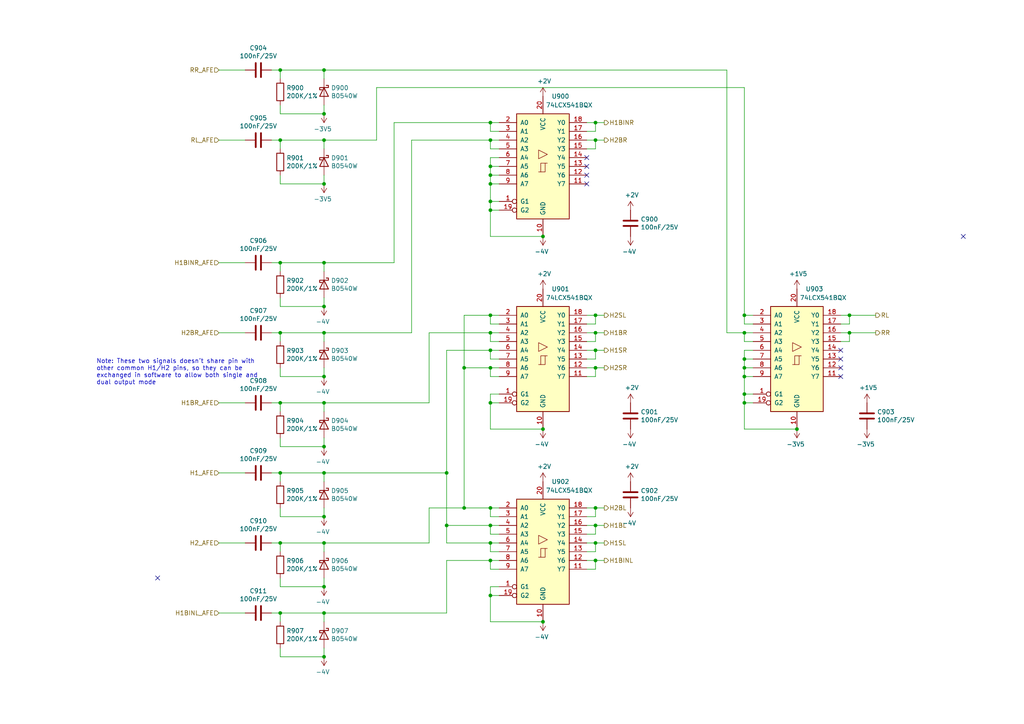
<source format=kicad_sch>
(kicad_sch (version 20210621) (generator eeschema)
  (paper "A4")
  (title_block (title "Sitina Ne") (rev "R0P2") (company "ZephRay"))
  (lib_symbols
    (symbol "74xx:74LS541" (pin_names (offset 1.016))
      (property "Reference" "U" (at -7.62 16.51 0))
      (property "Value" "74LS541" (at -7.62 -16.51 0))
      (symbol "74LS541_1_0"
        (polyline (pts (xy -0.635 -1.6002) (xy -0.635 0.9398) (xy 0.635 0.9398)))
        (polyline (pts (xy -1.27 -1.6002) (xy 0.635 -1.6002) (xy 0.635 0.9398) (xy 1.27 0.9398)))
        (polyline (pts (xy 1.27 3.4798) (xy -1.27 4.7498) (xy -1.27 2.2098) (xy 1.27 3.4798)) (stroke (width 0.1524)))
        (pin input inverted (at -12.7 -10.16 0) (length 5.08) (name "G1") (number "1"))
        (pin power_in line (at 0 -20.32 90) (length 5.08) (name "GND") (number "10"))
        (pin tri_state line (at 12.7 -5.08 180) (length 5.08) (name "Y7") (number "11"))
        (pin tri_state line (at 12.7 -2.54 180) (length 5.08) (name "Y6") (number "12"))
        (pin tri_state line (at 12.7 0 180) (length 5.08) (name "Y5") (number "13"))
        (pin tri_state line (at 12.7 2.54 180) (length 5.08) (name "Y4") (number "14"))
        (pin tri_state line (at 12.7 5.08 180) (length 5.08) (name "Y3") (number "15"))
        (pin tri_state line (at 12.7 7.62 180) (length 5.08) (name "Y2") (number "16"))
        (pin tri_state line (at 12.7 10.16 180) (length 5.08) (name "Y1") (number "17"))
        (pin tri_state line (at 12.7 12.7 180) (length 5.08) (name "Y0") (number "18"))
        (pin input inverted (at -12.7 -12.7 0) (length 5.08) (name "G2") (number "19"))
        (pin input line (at -12.7 12.7 0) (length 5.08) (name "A0") (number "2"))
        (pin power_in line (at 0 20.32 270) (length 5.08) (name "VCC") (number "20"))
        (pin input line (at -12.7 10.16 0) (length 5.08) (name "A1") (number "3"))
        (pin input line (at -12.7 7.62 0) (length 5.08) (name "A2") (number "4"))
        (pin input line (at -12.7 5.08 0) (length 5.08) (name "A3") (number "5"))
        (pin input line (at -12.7 2.54 0) (length 5.08) (name "A4") (number "6"))
        (pin input line (at -12.7 0 0) (length 5.08) (name "A5") (number "7"))
        (pin input line (at -12.7 -2.54 0) (length 5.08) (name "A6") (number "8"))
        (pin input line (at -12.7 -5.08 0) (length 5.08) (name "A7") (number "9"))
      )
      (symbol "74LS541_1_1"
        (rectangle (start -7.62 15.24) (end 7.62 -15.24) (stroke (width 0.254)) (fill (type background)))
      )
    )
    (symbol "Device:C" (pin_numbers hide) (pin_names (offset 0.254))
      (property "Reference" "C" (at 0.635 2.54 0))
      (property "Value" "C" (at 0.635 -2.54 0))
      (symbol "C_0_1"
        (polyline (pts (xy -2.032 -0.762) (xy 2.032 -0.762)) (stroke (width 0.508)))
        (polyline (pts (xy -2.032 0.762) (xy 2.032 0.762)) (stroke (width 0.508)))
      )
      (symbol "C_1_1"
        (pin passive line (at 0 3.81 270) (length 2.794) (name "~") (number "1"))
        (pin passive line (at 0 -3.81 90) (length 2.794) (name "~") (number "2"))
      )
    )
    (symbol "Device:D_Schottky" (pin_numbers hide) (pin_names (offset 1.016) hide)
      (property "Reference" "D" (at 0 2.54 0))
      (property "Value" "D_Schottky" (at 0 -2.54 0))
      (symbol "D_Schottky_0_1"
        (polyline (pts (xy 1.27 0) (xy -1.27 0)))
        (polyline (pts (xy 1.27 1.27) (xy 1.27 -1.27) (xy -1.27 0) (xy 1.27 1.27)) (stroke (width 0.254)))
        (polyline (pts (xy -1.905 0.635) (xy -1.905 1.27) (xy -1.27 1.27) (xy -1.27 -1.27) (xy -0.635 -1.27) (xy -0.635 -0.635)) (stroke (width 0.254)))
      )
      (symbol "D_Schottky_1_1"
        (pin passive line (at -3.81 0 0) (length 2.54) (name "K") (number "1"))
        (pin passive line (at 3.81 0 180) (length 2.54) (name "A") (number "2"))
      )
    )
    (symbol "Device:R" (pin_numbers hide) (pin_names (offset 0))
      (property "Reference" "R" (at 2.032 0 90))
      (property "Value" "R" (at 0 0 90))
      (symbol "R_0_1"
        (rectangle (start -1.016 -2.54) (end 1.016 2.54) (stroke (width 0.254)))
      )
      (symbol "R_1_1"
        (pin passive line (at 0 3.81 270) (length 1.27) (name "~") (number "1"))
        (pin passive line (at 0 -3.81 90) (length 1.27) (name "~") (number "2"))
      )
    )
    (symbol "Sitina:+2V" (power) (pin_names (offset 0))
      (property "Value" "+2V" (at 0 3.556 0))
      (symbol "+2V_0_1"
        (polyline (pts (xy -0.762 1.27) (xy 0 2.54)))
        (polyline (pts (xy 0 0) (xy 0 2.54)))
        (polyline (pts (xy 0 2.54) (xy 0.762 1.27)))
      )
      (symbol "+2V_1_1"
        (pin power_in line (at 0 0 90) (length 0) hide (name "+2V") (number "1"))
      )
    )
    (symbol "Sitina:-3V5" (power) (pin_names (offset 0))
      (property "Value" "-3V5" (at 0 3.556 0))
      (symbol "-3V5_0_1"
        (polyline (pts (xy -0.762 1.27) (xy 0 2.54)))
        (polyline (pts (xy 0 0) (xy 0 2.54)))
        (polyline (pts (xy 0 2.54) (xy 0.762 1.27)))
      )
      (symbol "-3V5_1_1"
        (pin power_in line (at 0 0 90) (length 0) hide (name "-3V5") (number "1"))
      )
    )
    (symbol "Sitina:-4V" (power) (pin_names (offset 0))
      (property "Value" "-4V" (at 0 3.556 0))
      (symbol "-4V_0_1"
        (polyline (pts (xy -0.762 1.27) (xy 0 2.54)))
        (polyline (pts (xy 0 0) (xy 0 2.54)))
        (polyline (pts (xy 0 2.54) (xy 0.762 1.27)))
      )
      (symbol "-4V_1_1"
        (pin power_in line (at 0 0 90) (length 0) hide (name "-4V") (number "1"))
      )
    )
    (symbol "power:+1V5" (power) (pin_names (offset 0))
      (property "Value" "+1V5" (at 0 3.556 0))
      (symbol "+1V5_0_1"
        (polyline (pts (xy -0.762 1.27) (xy 0 2.54)))
        (polyline (pts (xy 0 0) (xy 0 2.54)))
        (polyline (pts (xy 0 2.54) (xy 0.762 1.27)))
      )
      (symbol "+1V5_1_1"
        (pin power_in line (at 0 0 90) (length 0) hide (name "+1V5") (number "1"))
      )
    )
  )
  (junction (at 142.24 101.6) (diameter 0.9144))
  (junction (at 142.24 147.32) (diameter 0.9144))
  (junction (at 142.24 172.72) (diameter 0.9144))
  (junction (at 81.28 116.84) (diameter 0.9144))
  (junction (at 93.98 40.64) (diameter 0.9144))
  (junction (at 142.24 58.42) (diameter 0.9144))
  (junction (at 142.24 53.34) (diameter 0.9144))
  (junction (at 129.54 137.16) (diameter 0.9144))
  (junction (at 172.72 147.32) (diameter 0.9144))
  (junction (at 142.24 162.56) (diameter 0.9144))
  (junction (at 81.28 137.16) (diameter 0.9144))
  (junction (at 172.72 96.52) (diameter 0.9144))
  (junction (at 93.98 20.32) (diameter 0.9144))
  (junction (at 93.98 76.2) (diameter 0.9144))
  (junction (at 231.14 124.46) (diameter 0.9144))
  (junction (at 93.98 170.18) (diameter 0.9144))
  (junction (at 81.28 20.32) (diameter 0.9144))
  (junction (at 172.72 106.68) (diameter 0.9144))
  (junction (at 172.72 101.6) (diameter 0.9144))
  (junction (at 157.48 68.58) (diameter 0.9144))
  (junction (at 93.98 190.5) (diameter 0.9144))
  (junction (at 81.28 40.64) (diameter 0.9144))
  (junction (at 215.9 96.52) (diameter 0.9144))
  (junction (at 81.28 76.2) (diameter 0.9144))
  (junction (at 142.24 96.52) (diameter 0.9144))
  (junction (at 93.98 109.22) (diameter 0.9144))
  (junction (at 172.72 157.48) (diameter 0.9144))
  (junction (at 93.98 116.84) (diameter 0.9144))
  (junction (at 81.28 96.52) (diameter 0.9144))
  (junction (at 93.98 88.9) (diameter 0.9144))
  (junction (at 157.48 180.34) (diameter 0.9144))
  (junction (at 215.9 106.68) (diameter 0.9144))
  (junction (at 93.98 33.02) (diameter 0.9144))
  (junction (at 215.9 91.44) (diameter 0.9144))
  (junction (at 142.24 152.4) (diameter 0.9144))
  (junction (at 142.24 157.48) (diameter 0.9144))
  (junction (at 93.98 96.52) (diameter 0.9144))
  (junction (at 134.62 147.32) (diameter 0.9144))
  (junction (at 134.62 106.68) (diameter 0.9144))
  (junction (at 93.98 53.34) (diameter 0.9144))
  (junction (at 93.98 137.16) (diameter 0.9144))
  (junction (at 246.38 91.44) (diameter 0.9144))
  (junction (at 129.54 152.4) (diameter 0.9144))
  (junction (at 215.9 109.22) (diameter 0.9144))
  (junction (at 142.24 91.44) (diameter 0.9144))
  (junction (at 93.98 177.8) (diameter 0.9144))
  (junction (at 142.24 50.8) (diameter 0.9144))
  (junction (at 215.9 104.14) (diameter 0.9144))
  (junction (at 157.48 124.46) (diameter 0.9144))
  (junction (at 142.24 40.64) (diameter 0.9144))
  (junction (at 215.9 114.3) (diameter 0.9144))
  (junction (at 93.98 129.54) (diameter 0.9144))
  (junction (at 142.24 116.84) (diameter 0.9144))
  (junction (at 142.24 48.26) (diameter 0.9144))
  (junction (at 142.24 106.68) (diameter 0.9144))
  (junction (at 172.72 152.4) (diameter 0.9144))
  (junction (at 172.72 40.64) (diameter 0.9144))
  (junction (at 142.24 60.96) (diameter 0.9144))
  (junction (at 215.9 116.84) (diameter 0.9144))
  (junction (at 172.72 162.56) (diameter 0.9144))
  (junction (at 142.24 35.56) (diameter 0.9144))
  (junction (at 246.38 96.52) (diameter 0.9144))
  (junction (at 172.72 35.56) (diameter 0.9144))
  (junction (at 81.28 177.8) (diameter 0.9144))
  (junction (at 93.98 157.48) (diameter 0.9144))
  (junction (at 172.72 91.44) (diameter 0.9144))
  (junction (at 81.28 157.48) (diameter 0.9144))
  (junction (at 93.98 149.86) (diameter 0.9144))
  (no_connect (at 45.72 167.64))
  (no_connect (at 170.18 53.34))
  (no_connect (at 170.18 45.72))
  (no_connect (at 170.18 50.8))
  (no_connect (at 243.84 101.6))
  (no_connect (at 170.18 48.26))
  (no_connect (at 279.4 68.58))
  (no_connect (at 243.84 106.68))
  (no_connect (at 243.84 109.22))
  (no_connect (at 243.84 104.14))
  (wire (pts (xy 81.28 167.64) (xy 81.28 170.18)))
  (wire (pts (xy 81.28 147.32) (xy 81.28 149.86)))
  (wire (pts (xy 215.9 91.44) (xy 215.9 25.4)))
  (wire (pts (xy 172.72 149.86) (xy 172.72 147.32)))
  (wire (pts (xy 215.9 96.52) (xy 218.44 96.52)))
  (wire (pts (xy 93.98 50.8) (xy 93.98 53.34)))
  (wire (pts (xy 170.18 101.6) (xy 172.72 101.6)))
  (wire (pts (xy 93.98 167.64) (xy 93.98 170.18)))
  (wire (pts (xy 93.98 157.48) (xy 93.98 160.02)))
  (wire (pts (xy 81.28 187.96) (xy 81.28 190.5)))
  (wire (pts (xy 78.74 96.52) (xy 81.28 96.52)))
  (wire (pts (xy 63.5 137.16) (xy 71.12 137.16)))
  (wire (pts (xy 142.24 43.18) (xy 142.24 40.64)))
  (wire (pts (xy 142.24 50.8) (xy 142.24 53.34)))
  (wire (pts (xy 144.78 45.72) (xy 142.24 45.72)))
  (wire (pts (xy 93.98 96.52) (xy 93.98 99.06)))
  (wire (pts (xy 81.28 119.38) (xy 81.28 116.84)))
  (wire (pts (xy 172.72 96.52) (xy 175.26 96.52)))
  (wire (pts (xy 93.98 40.64) (xy 93.98 43.18)))
  (wire (pts (xy 142.24 160.02) (xy 142.24 157.48)))
  (wire (pts (xy 172.72 91.44) (xy 175.26 91.44)))
  (wire (pts (xy 134.62 147.32) (xy 142.24 147.32)))
  (wire (pts (xy 172.72 157.48) (xy 175.26 157.48)))
  (wire (pts (xy 142.24 99.06) (xy 142.24 96.52)))
  (wire (pts (xy 81.28 139.7) (xy 81.28 137.16)))
  (wire (pts (xy 144.78 114.3) (xy 142.24 114.3)))
  (wire (pts (xy 215.9 116.84) (xy 215.9 124.46)))
  (wire (pts (xy 170.18 91.44) (xy 172.72 91.44)))
  (wire (pts (xy 144.78 101.6) (xy 142.24 101.6)))
  (wire (pts (xy 129.54 162.56) (xy 142.24 162.56)))
  (wire (pts (xy 81.28 86.36) (xy 81.28 88.9)))
  (wire (pts (xy 81.28 22.86) (xy 81.28 20.32)))
  (wire (pts (xy 93.98 76.2) (xy 114.3 76.2)))
  (wire (pts (xy 81.28 78.74) (xy 81.28 76.2)))
  (wire (pts (xy 172.72 38.1) (xy 172.72 35.56)))
  (wire (pts (xy 93.98 106.68) (xy 93.98 109.22)))
  (wire (pts (xy 215.9 96.52) (xy 210.82 96.52)))
  (wire (pts (xy 142.24 180.34) (xy 157.48 180.34)))
  (wire (pts (xy 144.78 116.84) (xy 142.24 116.84)))
  (wire (pts (xy 142.24 58.42) (xy 142.24 60.96)))
  (wire (pts (xy 142.24 149.86) (xy 142.24 147.32)))
  (wire (pts (xy 144.78 48.26) (xy 142.24 48.26)))
  (wire (pts (xy 172.72 104.14) (xy 172.72 101.6)))
  (wire (pts (xy 63.5 96.52) (xy 71.12 96.52)))
  (wire (pts (xy 134.62 106.68) (xy 134.62 147.32)))
  (wire (pts (xy 144.78 154.94) (xy 142.24 154.94)))
  (wire (pts (xy 63.5 76.2) (xy 71.12 76.2)))
  (wire (pts (xy 81.28 20.32) (xy 93.98 20.32)))
  (wire (pts (xy 172.72 93.98) (xy 172.72 91.44)))
  (wire (pts (xy 215.9 124.46) (xy 231.14 124.46)))
  (wire (pts (xy 81.28 96.52) (xy 93.98 96.52)))
  (wire (pts (xy 170.18 93.98) (xy 172.72 93.98)))
  (wire (pts (xy 144.78 38.1) (xy 142.24 38.1)))
  (wire (pts (xy 172.72 109.22) (xy 172.72 106.68)))
  (wire (pts (xy 109.22 25.4) (xy 215.9 25.4)))
  (wire (pts (xy 142.24 68.58) (xy 157.48 68.58)))
  (wire (pts (xy 243.84 96.52) (xy 246.38 96.52)))
  (wire (pts (xy 63.5 20.32) (xy 71.12 20.32)))
  (wire (pts (xy 142.24 53.34) (xy 142.24 58.42)))
  (wire (pts (xy 218.44 116.84) (xy 215.9 116.84)))
  (wire (pts (xy 170.18 157.48) (xy 172.72 157.48)))
  (wire (pts (xy 129.54 101.6) (xy 142.24 101.6)))
  (wire (pts (xy 142.24 109.22) (xy 142.24 106.68)))
  (wire (pts (xy 81.28 43.18) (xy 81.28 40.64)))
  (wire (pts (xy 215.9 91.44) (xy 218.44 91.44)))
  (wire (pts (xy 246.38 96.52) (xy 254 96.52)))
  (wire (pts (xy 172.72 160.02) (xy 172.72 157.48)))
  (wire (pts (xy 81.28 177.8) (xy 93.98 177.8)))
  (wire (pts (xy 170.18 165.1) (xy 172.72 165.1)))
  (wire (pts (xy 119.38 40.64) (xy 119.38 96.52)))
  (wire (pts (xy 170.18 152.4) (xy 172.72 152.4)))
  (wire (pts (xy 142.24 154.94) (xy 142.24 152.4)))
  (wire (pts (xy 144.78 109.22) (xy 142.24 109.22)))
  (wire (pts (xy 218.44 109.22) (xy 215.9 109.22)))
  (wire (pts (xy 144.78 43.18) (xy 142.24 43.18)))
  (wire (pts (xy 172.72 165.1) (xy 172.72 162.56)))
  (wire (pts (xy 142.24 152.4) (xy 144.78 152.4)))
  (wire (pts (xy 142.24 91.44) (xy 144.78 91.44)))
  (wire (pts (xy 81.28 53.34) (xy 93.98 53.34)))
  (wire (pts (xy 142.24 124.46) (xy 157.48 124.46)))
  (wire (pts (xy 93.98 30.48) (xy 93.98 33.02)))
  (wire (pts (xy 170.18 38.1) (xy 172.72 38.1)))
  (wire (pts (xy 81.28 170.18) (xy 93.98 170.18)))
  (wire (pts (xy 93.98 40.64) (xy 109.22 40.64)))
  (wire (pts (xy 215.9 99.06) (xy 215.9 96.52)))
  (wire (pts (xy 134.62 106.68) (xy 142.24 106.68)))
  (wire (pts (xy 170.18 106.68) (xy 172.72 106.68)))
  (wire (pts (xy 124.46 96.52) (xy 142.24 96.52)))
  (wire (pts (xy 243.84 99.06) (xy 246.38 99.06)))
  (wire (pts (xy 144.78 58.42) (xy 142.24 58.42)))
  (wire (pts (xy 93.98 86.36) (xy 93.98 88.9)))
  (wire (pts (xy 172.72 106.68) (xy 175.26 106.68)))
  (wire (pts (xy 81.28 180.34) (xy 81.28 177.8)))
  (wire (pts (xy 144.78 93.98) (xy 142.24 93.98)))
  (wire (pts (xy 142.24 45.72) (xy 142.24 48.26)))
  (wire (pts (xy 109.22 40.64) (xy 109.22 25.4)))
  (wire (pts (xy 218.44 99.06) (xy 215.9 99.06)))
  (wire (pts (xy 142.24 165.1) (xy 142.24 162.56)))
  (wire (pts (xy 144.78 165.1) (xy 142.24 165.1)))
  (wire (pts (xy 81.28 160.02) (xy 81.28 157.48)))
  (wire (pts (xy 170.18 154.94) (xy 172.72 154.94)))
  (wire (pts (xy 93.98 116.84) (xy 93.98 119.38)))
  (wire (pts (xy 81.28 106.68) (xy 81.28 109.22)))
  (wire (pts (xy 129.54 101.6) (xy 129.54 137.16)))
  (wire (pts (xy 142.24 116.84) (xy 142.24 124.46)))
  (wire (pts (xy 142.24 93.98) (xy 142.24 91.44)))
  (wire (pts (xy 81.28 30.48) (xy 81.28 33.02)))
  (wire (pts (xy 93.98 177.8) (xy 129.54 177.8)))
  (wire (pts (xy 142.24 48.26) (xy 142.24 50.8)))
  (wire (pts (xy 78.74 76.2) (xy 81.28 76.2)))
  (wire (pts (xy 134.62 106.68) (xy 134.62 91.44)))
  (wire (pts (xy 142.24 172.72) (xy 142.24 180.34)))
  (wire (pts (xy 81.28 33.02) (xy 93.98 33.02)))
  (wire (pts (xy 218.44 104.14) (xy 215.9 104.14)))
  (wire (pts (xy 93.98 20.32) (xy 93.98 22.86)))
  (wire (pts (xy 215.9 106.68) (xy 215.9 109.22)))
  (wire (pts (xy 142.24 152.4) (xy 129.54 152.4)))
  (wire (pts (xy 172.72 35.56) (xy 175.26 35.56)))
  (wire (pts (xy 81.28 88.9) (xy 93.98 88.9)))
  (wire (pts (xy 170.18 109.22) (xy 172.72 109.22)))
  (wire (pts (xy 170.18 40.64) (xy 172.72 40.64)))
  (wire (pts (xy 134.62 91.44) (xy 142.24 91.44)))
  (wire (pts (xy 93.98 116.84) (xy 124.46 116.84)))
  (wire (pts (xy 114.3 35.56) (xy 114.3 76.2)))
  (wire (pts (xy 170.18 160.02) (xy 172.72 160.02)))
  (wire (pts (xy 124.46 157.48) (xy 124.46 147.32)))
  (wire (pts (xy 93.98 137.16) (xy 129.54 137.16)))
  (wire (pts (xy 78.74 20.32) (xy 81.28 20.32)))
  (wire (pts (xy 144.78 149.86) (xy 142.24 149.86)))
  (wire (pts (xy 144.78 160.02) (xy 142.24 160.02)))
  (wire (pts (xy 81.28 99.06) (xy 81.28 96.52)))
  (wire (pts (xy 129.54 177.8) (xy 129.54 162.56)))
  (wire (pts (xy 144.78 104.14) (xy 142.24 104.14)))
  (wire (pts (xy 215.9 104.14) (xy 215.9 106.68)))
  (wire (pts (xy 246.38 93.98) (xy 246.38 91.44)))
  (wire (pts (xy 124.46 116.84) (xy 124.46 96.52)))
  (wire (pts (xy 142.24 114.3) (xy 142.24 116.84)))
  (wire (pts (xy 142.24 96.52) (xy 144.78 96.52)))
  (wire (pts (xy 81.28 157.48) (xy 93.98 157.48)))
  (wire (pts (xy 144.78 50.8) (xy 142.24 50.8)))
  (wire (pts (xy 142.24 106.68) (xy 144.78 106.68)))
  (wire (pts (xy 246.38 99.06) (xy 246.38 96.52)))
  (wire (pts (xy 81.28 137.16) (xy 93.98 137.16)))
  (wire (pts (xy 218.44 93.98) (xy 215.9 93.98)))
  (wire (pts (xy 175.26 162.56) (xy 172.72 162.56)))
  (wire (pts (xy 172.72 99.06) (xy 172.72 96.52)))
  (wire (pts (xy 93.98 127) (xy 93.98 129.54)))
  (wire (pts (xy 142.24 35.56) (xy 144.78 35.56)))
  (wire (pts (xy 215.9 101.6) (xy 215.9 104.14)))
  (wire (pts (xy 63.5 157.48) (xy 71.12 157.48)))
  (wire (pts (xy 81.28 127) (xy 81.28 129.54)))
  (wire (pts (xy 81.28 116.84) (xy 93.98 116.84)))
  (wire (pts (xy 124.46 147.32) (xy 134.62 147.32)))
  (wire (pts (xy 144.78 172.72) (xy 142.24 172.72)))
  (wire (pts (xy 170.18 149.86) (xy 172.72 149.86)))
  (wire (pts (xy 81.28 40.64) (xy 93.98 40.64)))
  (wire (pts (xy 81.28 149.86) (xy 93.98 149.86)))
  (wire (pts (xy 78.74 177.8) (xy 81.28 177.8)))
  (wire (pts (xy 142.24 157.48) (xy 144.78 157.48)))
  (wire (pts (xy 243.84 93.98) (xy 246.38 93.98)))
  (wire (pts (xy 142.24 38.1) (xy 142.24 35.56)))
  (wire (pts (xy 170.18 96.52) (xy 172.72 96.52)))
  (wire (pts (xy 81.28 50.8) (xy 81.28 53.34)))
  (wire (pts (xy 93.98 96.52) (xy 119.38 96.52)))
  (wire (pts (xy 142.24 40.64) (xy 144.78 40.64)))
  (wire (pts (xy 93.98 76.2) (xy 93.98 78.74)))
  (wire (pts (xy 218.44 101.6) (xy 215.9 101.6)))
  (wire (pts (xy 210.82 96.52) (xy 210.82 20.32)))
  (wire (pts (xy 144.78 60.96) (xy 142.24 60.96)))
  (wire (pts (xy 93.98 187.96) (xy 93.98 190.5)))
  (wire (pts (xy 170.18 35.56) (xy 172.72 35.56)))
  (wire (pts (xy 63.5 116.84) (xy 71.12 116.84)))
  (wire (pts (xy 129.54 137.16) (xy 129.54 152.4)))
  (wire (pts (xy 93.98 147.32) (xy 93.98 149.86)))
  (wire (pts (xy 142.24 157.48) (xy 129.54 157.48)))
  (wire (pts (xy 93.98 157.48) (xy 124.46 157.48)))
  (wire (pts (xy 170.18 104.14) (xy 172.72 104.14)))
  (wire (pts (xy 172.72 154.94) (xy 172.72 152.4)))
  (wire (pts (xy 172.72 40.64) (xy 175.26 40.64)))
  (wire (pts (xy 172.72 101.6) (xy 175.26 101.6)))
  (wire (pts (xy 215.9 93.98) (xy 215.9 91.44)))
  (wire (pts (xy 246.38 91.44) (xy 254 91.44)))
  (wire (pts (xy 81.28 129.54) (xy 93.98 129.54)))
  (wire (pts (xy 215.9 109.22) (xy 215.9 114.3)))
  (wire (pts (xy 129.54 157.48) (xy 129.54 152.4)))
  (wire (pts (xy 93.98 137.16) (xy 93.98 139.7)))
  (wire (pts (xy 142.24 170.18) (xy 142.24 172.72)))
  (wire (pts (xy 78.74 137.16) (xy 81.28 137.16)))
  (wire (pts (xy 93.98 20.32) (xy 210.82 20.32)))
  (wire (pts (xy 142.24 60.96) (xy 142.24 68.58)))
  (wire (pts (xy 218.44 114.3) (xy 215.9 114.3)))
  (wire (pts (xy 170.18 99.06) (xy 172.72 99.06)))
  (wire (pts (xy 218.44 106.68) (xy 215.9 106.68)))
  (wire (pts (xy 144.78 99.06) (xy 142.24 99.06)))
  (wire (pts (xy 215.9 114.3) (xy 215.9 116.84)))
  (wire (pts (xy 81.28 190.5) (xy 93.98 190.5)))
  (wire (pts (xy 78.74 116.84) (xy 81.28 116.84)))
  (wire (pts (xy 93.98 177.8) (xy 93.98 180.34)))
  (wire (pts (xy 78.74 40.64) (xy 81.28 40.64)))
  (wire (pts (xy 119.38 40.64) (xy 142.24 40.64)))
  (wire (pts (xy 114.3 35.56) (xy 142.24 35.56)))
  (wire (pts (xy 81.28 109.22) (xy 93.98 109.22)))
  (wire (pts (xy 172.72 43.18) (xy 172.72 40.64)))
  (wire (pts (xy 142.24 162.56) (xy 144.78 162.56)))
  (wire (pts (xy 243.84 91.44) (xy 246.38 91.44)))
  (wire (pts (xy 63.5 177.8) (xy 71.12 177.8)))
  (wire (pts (xy 172.72 162.56) (xy 170.18 162.56)))
  (wire (pts (xy 172.72 152.4) (xy 175.26 152.4)))
  (wire (pts (xy 170.18 43.18) (xy 172.72 43.18)))
  (wire (pts (xy 172.72 147.32) (xy 175.26 147.32)))
  (wire (pts (xy 142.24 147.32) (xy 144.78 147.32)))
  (wire (pts (xy 142.24 104.14) (xy 142.24 101.6)))
  (wire (pts (xy 63.5 40.64) (xy 71.12 40.64)))
  (wire (pts (xy 170.18 147.32) (xy 172.72 147.32)))
  (wire (pts (xy 144.78 53.34) (xy 142.24 53.34)))
  (wire (pts (xy 81.28 76.2) (xy 93.98 76.2)))
  (wire (pts (xy 144.78 170.18) (xy 142.24 170.18)))
  (wire (pts (xy 78.74 157.48) (xy 81.28 157.48)))
  (text "Note: These two signals doesn’t share pin with\nother common H1/H2 pins, so they can be\nexchanged in software to allow both single and\ndual output mode" (at 27.94 111.76 0) (effects (font (size 1.27 1.27)) (justify left bottom)))
  (hierarchical_label "RL" (shape output) (at 254 91.44 0))
  (hierarchical_label "RR_AFE" (shape input) (at 63.5 20.32 180))
  (hierarchical_label "H1BR_AFE" (shape input) (at 63.5 116.84 180))
  (hierarchical_label "H1BR" (shape output) (at 175.26 96.52 0))
  (hierarchical_label "H2BR_AFE" (shape input) (at 63.5 96.52 180))
  (hierarchical_label "H1SL" (shape output) (at 175.26 157.48 0))
  (hierarchical_label "H1BINR_AFE" (shape input) (at 63.5 76.2 180))
  (hierarchical_label "H1BL" (shape output) (at 175.26 152.4 0))
  (hierarchical_label "H1BINL_AFE" (shape input) (at 63.5 177.8 180))
  (hierarchical_label "H2BL" (shape output) (at 175.26 147.32 0))
  (hierarchical_label "H1SR" (shape output) (at 175.26 101.6 0))
  (hierarchical_label "H2SR" (shape output) (at 175.26 106.68 0))
  (hierarchical_label "H2SL" (shape output) (at 175.26 91.44 0))
  (hierarchical_label "H2BR" (shape output) (at 175.26 40.64 0))
  (hierarchical_label "H1BINR" (shape output) (at 175.26 35.56 0))
  (hierarchical_label "H1_AFE" (shape input) (at 63.5 137.16 180))
  (hierarchical_label "RR" (shape output) (at 254 96.52 0))
  (hierarchical_label "H2_AFE" (shape input) (at 63.5 157.48 180))
  (hierarchical_label "RL_AFE" (shape input) (at 63.5 40.64 180))
  (hierarchical_label "H1BINL" (shape output) (at 175.26 162.56 0))
  (symbol (lib_id "74xx:74LS541") (at 231.14 104.14 0) (unit 1)
    (property "Reference" "U903" (at 236.22 83.82 0))
    (property "Value" "74LCX541BQX" (at 238.76 86.36 0))
    (property "Footprint" "Package_SO:SSOP-20_4.4x6.5mm_P0.65mm" (effects hide))
    (property "Datasheet" "http://www.ti.com/lit/gpn/sn74LS541" (effects hide))
  )
  (symbol (lib_id "Sitina:+2V") (at 157.48 27.94 0) (unit 1)
    (property "Reference" "#PWR0159" (effects hide))
    (property "Value" "+2V" (at 157.861 23.5458 0))
  )
  (symbol (lib_id "Sitina:-4V") (at 157.48 68.58 180) (unit 1)
    (property "Reference" "#PWR0160" (effects hide))
    (property "Value" "-4V" (at 157.099 72.9742 0))
  )
  (symbol (lib_id "Sitina:+2V") (at 182.88 60.96 0) (unit 1)
    (property "Reference" "#PWR0161" (effects hide))
    (property "Value" "+2V" (at 183.261 56.5658 0))
  )
  (symbol (lib_id "Sitina:-4V") (at 182.88 68.58 180) (unit 1)
    (property "Reference" "#PWR0162" (effects hide))
    (property "Value" "-4V" (at 182.499 72.9742 0))
  )
  (symbol (lib_id "Sitina:+2V") (at 182.88 116.84 0) (unit 1)
    (property "Reference" "#PWR0163" (effects hide))
    (property "Value" "+2V" (at 183.261 112.4458 0))
  )
  (symbol (lib_id "Sitina:+2V") (at 157.48 83.82 0) (unit 1)
    (property "Reference" "#PWR0164" (effects hide))
    (property "Value" "+2V" (at 157.861 79.4258 0))
  )
  (symbol (lib_id "Sitina:+2V") (at 157.48 139.7 0) (unit 1)
    (property "Reference" "#PWR0165" (effects hide))
    (property "Value" "+2V" (at 157.861 135.3058 0))
  )
  (symbol (lib_id "Sitina:-4V") (at 157.48 124.46 180) (unit 1)
    (property "Reference" "#PWR0166" (effects hide))
    (property "Value" "-4V" (at 157.099 128.8542 0))
  )
  (symbol (lib_id "Sitina:-4V") (at 182.88 124.46 180) (unit 1)
    (property "Reference" "#PWR0167" (effects hide))
    (property "Value" "-4V" (at 182.499 128.8542 0))
  )
  (symbol (lib_id "Sitina:-4V") (at 182.88 147.32 180) (unit 1)
    (property "Reference" "#PWR0168" (effects hide))
    (property "Value" "-4V" (at 182.499 151.7142 0))
  )
  (symbol (lib_id "Sitina:-4V") (at 157.48 180.34 180) (unit 1)
    (property "Reference" "#PWR0169" (effects hide))
    (property "Value" "-4V" (at 157.099 184.7342 0))
  )
  (symbol (lib_id "Sitina:-3V5") (at 231.14 124.46 180) (unit 1)
    (property "Reference" "#PWR0170" (effects hide))
    (property "Value" "-3V5" (at 230.759 128.8542 0))
  )
  (symbol (lib_id "power:+1V5") (at 231.14 83.82 0) (unit 1)
    (property "Reference" "#PWR0171" (effects hide))
    (property "Value" "+1V5" (at 231.521 79.4258 0))
  )
  (symbol (lib_id "Sitina:-3V5") (at 93.98 33.02 180) (unit 1)
    (property "Reference" "#PWR0172" (effects hide))
    (property "Value" "-3V5" (at 93.599 37.4142 0))
  )
  (symbol (lib_id "Sitina:-3V5") (at 93.98 53.34 180) (unit 1)
    (property "Reference" "#PWR0173" (effects hide))
    (property "Value" "-3V5" (at 93.599 57.7342 0))
  )
  (symbol (lib_id "Sitina:-4V") (at 93.98 190.5 180) (unit 1)
    (property "Reference" "#PWR0174" (effects hide))
    (property "Value" "-4V" (at 93.599 194.8942 0))
  )
  (symbol (lib_id "Sitina:-4V") (at 93.98 170.18 180) (unit 1)
    (property "Reference" "#PWR0175" (effects hide))
    (property "Value" "-4V" (at 93.599 174.5742 0))
  )
  (symbol (lib_id "Sitina:-4V") (at 93.98 149.86 180) (unit 1)
    (property "Reference" "#PWR0176" (effects hide))
    (property "Value" "-4V" (at 93.599 154.2542 0))
  )
  (symbol (lib_id "Sitina:-4V") (at 93.98 129.54 180) (unit 1)
    (property "Reference" "#PWR0177" (effects hide))
    (property "Value" "-4V" (at 93.599 133.9342 0))
  )
  (symbol (lib_id "Sitina:-4V") (at 93.98 109.22 180) (unit 1)
    (property "Reference" "#PWR0178" (effects hide))
    (property "Value" "-4V" (at 93.599 113.6142 0))
  )
  (symbol (lib_id "Sitina:-4V") (at 93.98 88.9 180) (unit 1)
    (property "Reference" "#PWR0179" (effects hide))
    (property "Value" "-4V" (at 93.599 93.2942 0))
  )
  (symbol (lib_id "Sitina:+2V") (at 182.88 139.7 0) (unit 1)
    (property "Reference" "#PWR0104" (effects hide))
    (property "Value" "+2V" (at 183.261 135.3058 0))
  )
  (symbol (lib_id "Device:C") (at 251.46 120.65 180) (unit 1)
    (property "Reference" "C903" (at 254.381 119.4816 0) (effects (justify right)))
    (property "Value" "100nF/25V" (at 254.381 121.793 0) (effects (justify right)))
    (property "Footprint" "Capacitor_SMD:C_0603_1608Metric" (effects hide))
  )
  (symbol (lib_id "power:+1V5") (at 251.46 116.84 0) (unit 1)
    (property "Reference" "#PWR0180" (effects hide))
    (property "Value" "+1V5" (at 251.841 112.4458 0))
  )
  (symbol (lib_id "Sitina:-3V5") (at 251.46 124.46 180) (unit 1)
    (property "Reference" "#PWR0181" (effects hide))
    (property "Value" "-3V5" (at 251.079 128.8542 0))
  )
  (symbol (lib_id "Device:C") (at 74.93 20.32 270) (unit 1)
    (property "Reference" "C904" (at 74.93 13.9192 90))
    (property "Value" "100nF/25V" (at 74.93 16.2306 90))
    (property "Footprint" "Capacitor_SMD:C_0603_1608Metric" (effects hide))
  )
  (symbol (lib_id "Device:R") (at 81.28 26.67 0) (unit 1)
    (property "Reference" "R900" (at 83.058 25.5016 0) (effects (justify left)))
    (property "Value" "200K/1%" (at 83.058 27.813 0) (effects (justify left)))
    (property "Footprint" "Resistor_SMD:R_0402_1005Metric" (effects hide))
  )
  (symbol (lib_id "Device:D_Schottky") (at 93.98 26.67 270) (unit 1)
    (property "Reference" "D900" (at 96.012 25.5016 90) (effects (justify left)))
    (property "Value" "B0540W" (at 96.012 27.813 90) (effects (justify left)))
    (property "Footprint" "Diode_SMD:D_SOD-323" (effects hide))
  )
  (symbol (lib_id "Device:C") (at 74.93 76.2 270) (unit 1)
    (property "Reference" "C906" (at 74.93 69.7992 90))
    (property "Value" "100nF/25V" (at 74.93 72.1106 90))
    (property "Footprint" "Capacitor_SMD:C_0603_1608Metric" (effects hide))
  )
  (symbol (lib_id "Device:R") (at 81.28 82.55 0) (unit 1)
    (property "Reference" "R902" (at 83.058 81.3816 0) (effects (justify left)))
    (property "Value" "200K/1%" (at 83.058 83.693 0) (effects (justify left)))
    (property "Footprint" "Resistor_SMD:R_0402_1005Metric" (effects hide))
  )
  (symbol (lib_id "Device:D_Schottky") (at 93.98 82.55 270) (unit 1)
    (property "Reference" "D902" (at 96.012 81.3816 90) (effects (justify left)))
    (property "Value" "B0540W" (at 96.012 83.693 90) (effects (justify left)))
    (property "Footprint" "Diode_SMD:D_SOD-323" (effects hide))
  )
  (symbol (lib_id "Device:C") (at 74.93 96.52 270) (unit 1)
    (property "Reference" "C907" (at 74.93 90.1192 90))
    (property "Value" "100nF/25V" (at 74.93 92.4306 90))
    (property "Footprint" "Capacitor_SMD:C_0603_1608Metric" (effects hide))
  )
  (symbol (lib_id "Device:R") (at 81.28 102.87 0) (unit 1)
    (property "Reference" "R903" (at 83.058 101.7016 0) (effects (justify left)))
    (property "Value" "200K/1%" (at 83.058 104.013 0) (effects (justify left)))
    (property "Footprint" "Resistor_SMD:R_0402_1005Metric" (effects hide))
  )
  (symbol (lib_id "Device:D_Schottky") (at 93.98 102.87 270) (unit 1)
    (property "Reference" "D903" (at 96.012 101.7016 90) (effects (justify left)))
    (property "Value" "B0540W" (at 96.012 104.013 90) (effects (justify left)))
    (property "Footprint" "Diode_SMD:D_SOD-323" (effects hide))
  )
  (symbol (lib_id "Device:C") (at 74.93 116.84 270) (unit 1)
    (property "Reference" "C908" (at 74.93 110.4392 90))
    (property "Value" "100nF/25V" (at 74.93 112.7506 90))
    (property "Footprint" "Capacitor_SMD:C_0603_1608Metric" (effects hide))
  )
  (symbol (lib_id "Device:R") (at 81.28 123.19 0) (unit 1)
    (property "Reference" "R904" (at 83.058 122.0216 0) (effects (justify left)))
    (property "Value" "200K/1%" (at 83.058 124.333 0) (effects (justify left)))
    (property "Footprint" "Resistor_SMD:R_0402_1005Metric" (effects hide))
  )
  (symbol (lib_id "Device:D_Schottky") (at 93.98 123.19 270) (unit 1)
    (property "Reference" "D904" (at 96.012 122.0216 90) (effects (justify left)))
    (property "Value" "B0540W" (at 96.012 124.333 90) (effects (justify left)))
    (property "Footprint" "Diode_SMD:D_SOD-323" (effects hide))
  )
  (symbol (lib_id "Device:C") (at 74.93 137.16 270) (unit 1)
    (property "Reference" "C909" (at 74.93 130.7592 90))
    (property "Value" "100nF/25V" (at 74.93 133.0706 90))
    (property "Footprint" "Capacitor_SMD:C_0603_1608Metric" (effects hide))
  )
  (symbol (lib_id "Device:R") (at 81.28 143.51 0) (unit 1)
    (property "Reference" "R905" (at 83.058 142.3416 0) (effects (justify left)))
    (property "Value" "200K/1%" (at 83.058 144.653 0) (effects (justify left)))
    (property "Footprint" "Resistor_SMD:R_0402_1005Metric" (effects hide))
  )
  (symbol (lib_id "Device:D_Schottky") (at 93.98 143.51 270) (unit 1)
    (property "Reference" "D905" (at 96.012 142.3416 90) (effects (justify left)))
    (property "Value" "B0540W" (at 96.012 144.653 90) (effects (justify left)))
    (property "Footprint" "Diode_SMD:D_SOD-323" (effects hide))
  )
  (symbol (lib_id "Device:C") (at 74.93 157.48 270) (unit 1)
    (property "Reference" "C910" (at 74.93 151.0792 90))
    (property "Value" "100nF/25V" (at 74.93 153.3906 90))
    (property "Footprint" "Capacitor_SMD:C_0603_1608Metric" (effects hide))
  )
  (symbol (lib_id "Device:R") (at 81.28 163.83 0) (unit 1)
    (property "Reference" "R906" (at 83.058 162.6616 0) (effects (justify left)))
    (property "Value" "200K/1%" (at 83.058 164.973 0) (effects (justify left)))
    (property "Footprint" "Resistor_SMD:R_0402_1005Metric" (effects hide))
  )
  (symbol (lib_id "Device:D_Schottky") (at 93.98 163.83 270) (unit 1)
    (property "Reference" "D906" (at 96.012 162.6616 90) (effects (justify left)))
    (property "Value" "B0540W" (at 96.012 164.973 90) (effects (justify left)))
    (property "Footprint" "Diode_SMD:D_SOD-323" (effects hide))
  )
  (symbol (lib_id "Device:C") (at 74.93 177.8 270) (unit 1)
    (property "Reference" "C911" (at 74.93 171.3992 90))
    (property "Value" "100nF/25V" (at 74.93 173.7106 90))
    (property "Footprint" "Capacitor_SMD:C_0603_1608Metric" (effects hide))
  )
  (symbol (lib_id "Device:R") (at 81.28 184.15 0) (unit 1)
    (property "Reference" "R907" (at 83.058 182.9816 0) (effects (justify left)))
    (property "Value" "200K/1%" (at 83.058 185.293 0) (effects (justify left)))
    (property "Footprint" "Resistor_SMD:R_0402_1005Metric" (effects hide))
  )
  (symbol (lib_id "Device:D_Schottky") (at 93.98 184.15 270) (unit 1)
    (property "Reference" "D907" (at 96.012 182.9816 90) (effects (justify left)))
    (property "Value" "B0540W" (at 96.012 185.293 90) (effects (justify left)))
    (property "Footprint" "Diode_SMD:D_SOD-323" (effects hide))
  )
  (symbol (lib_id "Device:C") (at 74.93 40.64 270) (unit 1)
    (property "Reference" "C905" (at 74.93 34.2392 90))
    (property "Value" "100nF/25V" (at 74.93 36.5506 90))
    (property "Footprint" "Capacitor_SMD:C_0603_1608Metric" (effects hide))
  )
  (symbol (lib_id "Device:R") (at 81.28 46.99 0) (unit 1)
    (property "Reference" "R901" (at 83.058 45.8216 0) (effects (justify left)))
    (property "Value" "200K/1%" (at 83.058 48.133 0) (effects (justify left)))
    (property "Footprint" "Resistor_SMD:R_0402_1005Metric" (effects hide))
  )
  (symbol (lib_id "Device:D_Schottky") (at 93.98 46.99 270) (unit 1)
    (property "Reference" "D901" (at 96.012 45.8216 90) (effects (justify left)))
    (property "Value" "B0540W" (at 96.012 48.133 90) (effects (justify left)))
    (property "Footprint" "Diode_SMD:D_SOD-323" (effects hide))
  )
  (symbol (lib_id "74xx:74LS541") (at 157.48 48.26 0) (unit 1)
    (property "Reference" "U900" (at 162.56 27.94 0))
    (property "Value" "74LCX541BQX" (at 165.1 30.48 0))
    (property "Footprint" "Package_SO:SSOP-20_4.4x6.5mm_P0.65mm" (effects hide))
    (property "Datasheet" "http://www.ti.com/lit/gpn/sn74LS541" (effects hide))
  )
  (symbol (lib_id "74xx:74LS541") (at 157.48 104.14 0) (unit 1)
    (property "Reference" "U901" (at 162.56 83.82 0))
    (property "Value" "74LCX541BQX" (at 165.1 86.36 0))
    (property "Footprint" "Package_SO:SSOP-20_4.4x6.5mm_P0.65mm" (effects hide))
    (property "Datasheet" "http://www.ti.com/lit/gpn/sn74LS541" (effects hide))
  )
  (symbol (lib_id "74xx:74LS541") (at 157.48 160.02 0) (unit 1)
    (property "Reference" "U902" (at 162.56 139.7 0))
    (property "Value" "74LCX541BQX" (at 165.1 142.24 0))
    (property "Footprint" "Package_SO:SSOP-20_4.4x6.5mm_P0.65mm" (effects hide))
    (property "Datasheet" "http://www.ti.com/lit/gpn/sn74LS541" (effects hide))
  )
  (symbol (lib_id "Device:C") (at 182.88 143.51 180) (unit 1)
    (property "Reference" "C902" (at 185.801 142.3416 0) (effects (justify right)))
    (property "Value" "100nF/25V" (at 185.801 144.653 0) (effects (justify right)))
    (property "Footprint" "Capacitor_SMD:C_0603_1608Metric" (effects hide))
  )
  (symbol (lib_id "Device:C") (at 182.88 120.65 180) (unit 1)
    (property "Reference" "C901" (at 185.801 119.4816 0) (effects (justify right)))
    (property "Value" "100nF/25V" (at 185.801 121.793 0) (effects (justify right)))
    (property "Footprint" "Capacitor_SMD:C_0603_1608Metric" (effects hide))
  )
  (symbol (lib_id "Device:C") (at 182.88 64.77 180) (unit 1)
    (property "Reference" "C900" (at 185.801 63.6016 0) (effects (justify right)))
    (property "Value" "100nF/25V" (at 185.801 65.913 0) (effects (justify right)))
    (property "Footprint" "Capacitor_SMD:C_0603_1608Metric" (effects hide))
  )
)
</source>
